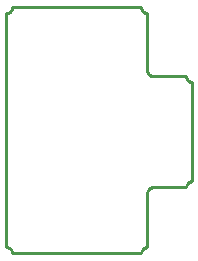
<source format=gbr>
G04 EAGLE Gerber RS-274X export*
G75*
%MOMM*%
%FSLAX34Y34*%
%LPD*%
%INSolderpaste Top*%
%IPPOS*%
%AMOC8*
5,1,8,0,0,1.08239X$1,22.5*%
G01*
%ADD10C,0.254000*%


D10*
X0Y5080D02*
X443Y5061D01*
X882Y5003D01*
X1315Y4907D01*
X1737Y4774D01*
X2147Y4604D01*
X2540Y4399D01*
X2914Y4161D01*
X3265Y3892D01*
X3592Y3592D01*
X3892Y3265D01*
X4161Y2914D01*
X4399Y2540D01*
X4604Y2147D01*
X4774Y1737D01*
X4907Y1315D01*
X5003Y882D01*
X5061Y443D01*
X5080Y0D01*
X114300Y0D01*
X114319Y443D01*
X114377Y882D01*
X114473Y1315D01*
X114606Y1737D01*
X114776Y2147D01*
X114981Y2540D01*
X115219Y2914D01*
X115489Y3265D01*
X115788Y3592D01*
X116115Y3892D01*
X116466Y4161D01*
X116840Y4399D01*
X117233Y4604D01*
X117643Y4774D01*
X118065Y4907D01*
X118498Y5003D01*
X118937Y5061D01*
X119380Y5080D01*
X119380Y50800D01*
X119399Y51243D01*
X119457Y51682D01*
X119553Y52115D01*
X119686Y52537D01*
X119856Y52947D01*
X120061Y53340D01*
X120299Y53714D01*
X120569Y54065D01*
X120868Y54392D01*
X121195Y54692D01*
X121546Y54961D01*
X121920Y55199D01*
X122313Y55404D01*
X122723Y55574D01*
X123145Y55707D01*
X123578Y55803D01*
X124017Y55861D01*
X124460Y55880D01*
X152400Y55880D01*
X152419Y56323D01*
X152477Y56762D01*
X152573Y57195D01*
X152706Y57617D01*
X152876Y58027D01*
X153081Y58420D01*
X153319Y58794D01*
X153589Y59145D01*
X153888Y59472D01*
X154215Y59772D01*
X154566Y60041D01*
X154940Y60279D01*
X155333Y60484D01*
X155743Y60654D01*
X156165Y60787D01*
X156598Y60883D01*
X157037Y60941D01*
X157480Y60960D01*
X157480Y144780D01*
X157037Y144799D01*
X156598Y144857D01*
X156165Y144953D01*
X155743Y145086D01*
X155333Y145256D01*
X154940Y145461D01*
X154566Y145699D01*
X154215Y145969D01*
X153888Y146268D01*
X153589Y146595D01*
X153319Y146946D01*
X153081Y147320D01*
X152876Y147713D01*
X152706Y148123D01*
X152573Y148545D01*
X152477Y148978D01*
X152419Y149417D01*
X152400Y149860D01*
X124460Y149860D01*
X124017Y149879D01*
X123578Y149937D01*
X123145Y150033D01*
X122723Y150166D01*
X122313Y150336D01*
X121920Y150541D01*
X121546Y150779D01*
X121195Y151049D01*
X120868Y151348D01*
X120569Y151675D01*
X120299Y152026D01*
X120061Y152400D01*
X119856Y152793D01*
X119686Y153203D01*
X119553Y153625D01*
X119457Y154058D01*
X119399Y154497D01*
X119380Y154940D01*
X119380Y203200D01*
X118937Y203219D01*
X118498Y203277D01*
X118065Y203373D01*
X117643Y203506D01*
X117233Y203676D01*
X116840Y203881D01*
X116466Y204119D01*
X116115Y204389D01*
X115788Y204688D01*
X115489Y205015D01*
X115219Y205366D01*
X114981Y205740D01*
X114776Y206133D01*
X114606Y206543D01*
X114473Y206965D01*
X114377Y207398D01*
X114319Y207837D01*
X114300Y208280D01*
X5080Y208280D01*
X5061Y207837D01*
X5003Y207398D01*
X4907Y206965D01*
X4774Y206543D01*
X4604Y206133D01*
X4399Y205740D01*
X4161Y205366D01*
X3892Y205015D01*
X3592Y204688D01*
X3265Y204389D01*
X2914Y204119D01*
X2540Y203881D01*
X2147Y203676D01*
X1737Y203506D01*
X1315Y203373D01*
X882Y203277D01*
X443Y203219D01*
X0Y203200D01*
X0Y5080D01*
M02*

</source>
